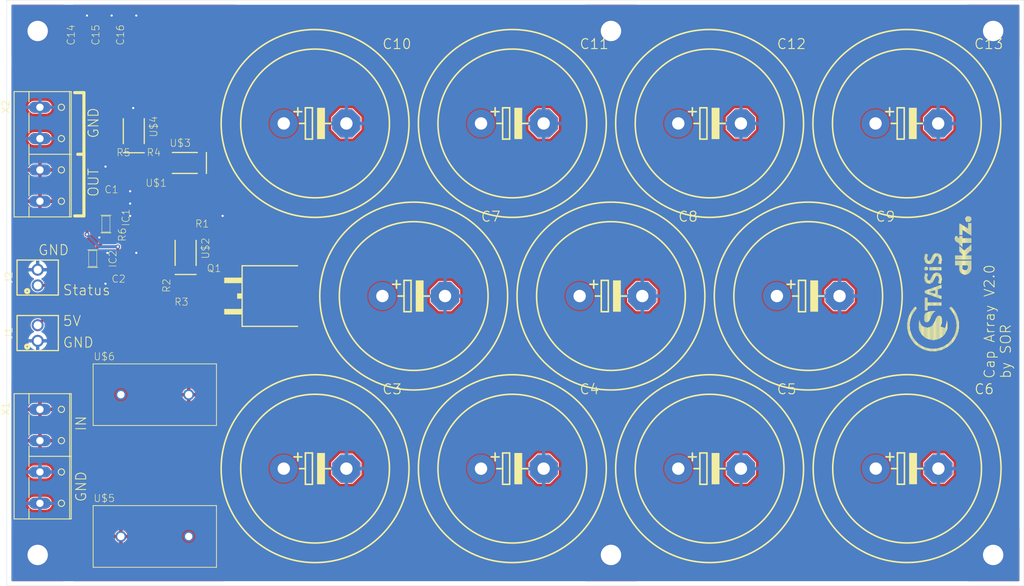
<source format=kicad_pcb>
(kicad_pcb (version 20240108) (generator "pcbnew") (generator_version "8.0")
  (layers (0 "F.Cu" signal) (31 "B.Cu" signal) (34 "B.Paste" user) (35 "F.Paste" user) (36 "B.SilkS" user "B.Silkscreen") (37 "F.SilkS" user "F.Silkscreen") (38 "B.Mask" user) (39 "F.Mask" user) (44 "Edge.Cuts" user))
  (net 0 "")
  (net 1 "GND")
  (net 2 "VCC")
  (net 3 "N$1")
  (net 4 "N$2")
  (net 5 "N$40")
  (net 6 "N$6")
  (net 7 "N$7")
  (net 8 "N$8")
  (net 9 "N$9")
  (net 10 "N$10")
  (net 11 "N$3")
  (net 12 "N$15")
  (footprint "Cap_array_with_Current_Limiter_V1p0:DO-214AA" (layer "F.Cu") (at 86.5911 78.7536 -90)
    (property "Reference" "U$4" (at -2.54 -2.54 90) (layer "F.SilkS") (effects (font (size 1.176528 1.176528) (thickness 0.093472)) (justify right top)))
    (property "Value" "Z4.7V")
    (pad "A" smd rect (at -1.95 0 270) (size 2.1 2.3) (layers "F.Cu" "F.Paste" "F.Mask") (net 1 "GND"))
    (pad "C" smd rect (at 1.95 0 270) (size 2.1 2.3) (layers "F.Cu" "F.Paste" "F.Mask") (net 10 "N$10"))
  )
  (footprint "Cap_array_with_Current_Limiter_V1p0:DO-214AA" (layer "F.Cu") (at 95.0011 98.5036 -90)
    (property "Reference" "U$2" (at -2.54 -2.54 90) (layer "F.SilkS") (effects (font (size 1.176528 1.176528) (thickness 0.093472)) (justify right top)))
    (property "Value" "Z60V")
    (pad "A" smd rect (at -1.95 0 270) (size 2.1 2.3) (layers "F.Cu" "F.Paste" "F.Mask") (net 5 "N$40"))
    (pad "C" smd rect (at 1.95 0 270) (size 2.1 2.3) (layers "F.Cu" "F.Paste" "F.Mask") (net 3 "N$1"))
  )
  (footprint "Cap_array_with_Current_Limiter_V1p0:C0805_334" (layer "F.Cu") (at 79.6911 103.1836)
    (property "Reference" "C2" (at 3.23 0.23 0) (layer "F.SilkS") (effects (font (size 1.176528 1.176528) (thickness 0.093472)) (justify left bottom)))
    (property "Value" "10nF")
    (pad "1" smd rect (at -0.95 0) (size 1.3 1.5) (layers "F.Cu" "F.Paste" "F.Mask") (net 2 "VCC"))
    (pad "2" smd rect (at 0.95 0) (size 1.3 1.5) (layers "F.Cu" "F.Paste" "F.Mask") (net 1 "GND"))
  )
  (footprint "Cap_array_with_Current_Limiter_V1p0:SQMB" (layer "F.Cu") (at 90.0011 121.5036)
    (property "Reference" "U$6" (at -10 -5.5 0) (layer "F.SilkS") (effects (font (size 1.176528 1.176528) (thickness 0.093472)) (justify left bottom)))
    (property "Value" "10")
    (pad "P$1" thru_hole circle (at -5.5 0) (size 1.8 1.8) (drill 1.2) (layers "*.Cu" "*.Mask") (net 11 "N$3"))
    (pad "P$2" thru_hole circle (at 5.5 0) (size 1.8 1.8) (drill 1.2) (layers "*.Cu" "*.Mask") (net 8 "N$8"))
  )
  (footprint "Cap_array_with_Current_Limiter_V1p0:C0805_334" (layer "F.Cu") (at 83.0411 90.1836)
    (property "Reference" "C1" (at -1.27 -1.27 0) (layer "F.SilkS") (effects (font (size 1.176528 1.176528) (thickness 0.093472)) (justify left bottom)))
    (property "Value" "10nF")
    (pad "1" smd rect (at -0.95 0) (size 1.3 1.5) (layers "F.Cu" "F.Paste" "F.Mask") (net 2 "VCC"))
    (pad "2" smd rect (at 0.95 0) (size 1.3 1.5) (layers "F.Cu" "F.Paste" "F.Mask") (net 1 "GND"))
  )
  (footprint "Cap_array_with_Current_Limiter_V1p0:691210910002_16280519" (layer "F.Cu") (at 71.0011 111.5036 90)
    (property "Reference" "J1" (at 0 -4 90) (layer "F.SilkS") (effects (font (size 1.176528 1.176528) (thickness 0.093472)) (justify bottom)))
    (property "Value" "5Vin")
    (pad "1" thru_hole circle (at -1.27 0 90) (size 1.95 1.95) (drill 1.3) (layers "*.Cu" "*.Mask") (net 1 "GND"))
    (pad "2" thru_hole circle (at 1.27 0 90) (size 1.95 1.95) (drill 1.3) (layers "*.Cu" "*.Mask") (net 2 "VCC"))
  )
  (footprint "Cap_array_with_Current_Limiter_V1p0:EB30D_334" (layer "F.Cu") (at 212.0011 77.5036)
    (property "Reference" "C13" (at 10.8204 -11.938 0) (layer "F.SilkS") (effects (font (size 1.61798 1.61798) (thickness 0.16002)) (justify left bottom)))
    (property "Value" "4700µF")
    (pad "+" thru_hole circle (at -5.08 0) (size 4.5974 4.5974) (drill 2.0066) (layers "*.Cu" "*.Mask") (net 8 "N$8"))
    (pad "-" thru_hole roundrect (at 5.08 0) (size 4.5974 4.5974) (drill 2.0066) (layers "*.Cu" "*.Mask") (chamfer_ratio 0.2928932188) (chamfer top_left top_right bottom_left bottom_right) (net 1 "GND"))
  )
  (footprint "Cap_array_with_Current_Limiter_V1p0:LOGO_DKFZ" (layer "F.Cu") (at 222.5011 102.0036 90)
    (property "Reference" "U$8" (hide yes))
    (property "Value" "" (hide yes))
  )
  (footprint "Cap_array_with_Current_Limiter_V1p0:EB30D_334" (layer "F.Cu") (at 148.0011 133.5036)
    (property "Reference" "C4" (at 10.8204 -11.938 0) (layer "F.SilkS") (effects (font (size 1.61798 1.61798) (thickness 0.16002)) (justify left bottom)))
    (property "Value" "4700µF")
    (pad "+" thru_hole circle (at -5.08 0) (size 4.5974 4.5974) (drill 2.0066) (layers "*.Cu" "*.Mask") (net 8 "N$8"))
    (pad "-" thru_hole roundrect (at 5.08 0) (size 4.5974 4.5974) (drill 2.0066) (layers "*.Cu" "*.Mask") (chamfer_ratio 0.2928932188) (chamfer top_left top_right bottom_left bottom_right) (net 1 "GND"))
  )
  (footprint "Cap_array_with_Current_Limiter_V1p0:SOIC8" (layer "F.Cu") (at 90.3311 90.5236 -90)
    (property "Reference" "U$1" (at -2.667 1.905 0) (layer "F.SilkS") (effects (font (size 1.176528 1.176528) (thickness 0.093472)) (justify left bottom)))
    (property "Value" "DMT10H015LSS")
    (pad "1" smd rect (at -1.905 2.6 270) (size 0.6 2.2) (layers "F.Cu" "F.Paste" "F.Mask") (net 1 "GND"))
    (pad "2" smd rect (at -0.635 2.6 270) (size 0.6 2.2) (layers "F.Cu" "F.Paste" "F.Mask") (net 1 "GND"))
    (pad "3" smd rect (at 0.635 2.6 270) (size 0.6 2.2) (layers "F.Cu" "F.Paste" "F.Mask") (net 1 "GND"))
    (pad "4" smd rect (at 1.905 2.6 270) (size 0.6 2.2) (layers "F.Cu" "F.Paste" "F.Mask") (net 6 "N$6"))
    (pad "5" smd rect (at 1.905 -2.6 270) (size 0.6 2.2) (layers "F.Cu" "F.Paste" "F.Mask") (net 5 "N$40"))
    (pad "6" smd rect (at 0.635 -2.6 270) (size 0.6 2.2) (layers "F.Cu" "F.Paste" "F.Mask") (net 5 "N$40"))
    (pad "7" smd rect (at -0.635 -2.6 270) (size 0.6 2.2) (layers "F.Cu" "F.Paste" "F.Mask") (net 5 "N$40"))
    (pad "8" smd rect (at -1.905 -2.6 270) (size 0.6 2.2) (layers "F.Cu" "F.Paste" "F.Mask") (net 5 "N$40"))
  )
  (footprint "Cap_array_with_Current_Limiter_V1p0:EB30D_334" (layer "F.Cu") (at 180.0011 77.5036)
    (property "Reference" "C12" (at 10.8204 -11.938 0) (layer "F.SilkS") (effects (font (size 1.61798 1.61798) (thickness 0.16002)) (justify left bottom)))
    (property "Value" "4700µF")
    (pad "+" thru_hole circle (at -5.08 0) (size 4.5974 4.5974) (drill 2.0066) (layers "*.Cu" "*.Mask") (net 8 "N$8"))
    (pad "-" thru_hole roundrect (at 5.08 0) (size 4.5974 4.5974) (drill 2.0066) (layers "*.Cu" "*.Mask") (chamfer_ratio 0.2928932188) (chamfer top_left top_right bottom_left bottom_right) (net 1 "GND"))
  )
  (footprint "Cap_array_with_Current_Limiter_V1p0:EB30D_334" (layer "F.Cu") (at 116.0011 133.5036)
    (property "Reference" "C3" (at 10.8204 -11.938 0) (layer "F.SilkS") (effects (font (size 1.61798 1.61798) (thickness 0.16002)) (justify left bottom)))
    (property "Value" "4700µF")
    (pad "+" thru_hole circle (at -5.08 0) (size 4.5974 4.5974) (drill 2.0066) (layers "*.Cu" "*.Mask") (net 8 "N$8"))
    (pad "-" thru_hole roundrect (at 5.08 0) (size 4.5974 4.5974) (drill 2.0066) (layers "*.Cu" "*.Mask") (chamfer_ratio 0.2928932188) (chamfer top_left top_right bottom_left bottom_right) (net 1 "GND"))
  )
  (footprint "Cap_array_with_Current_Limiter_V1p0:R0805_334" (layer "F.Cu") (at 98.2611 91.8236 180)
    (property "Reference" "R1" (at -0.635 -1.27 0) (layer "F.SilkS") (effects (font (size 1.176528 1.176528) (thickness 0.093472)) (justify right top)))
    (property "Value" "100k")
    (pad "1" smd rect (at -0.95 0 180) (size 1.3 1.5) (layers "F.Cu" "F.Paste" "F.Mask") (net 1 "GND"))
    (pad "2" smd rect (at 0.95 0 180) (size 1.3 1.5) (layers "F.Cu" "F.Paste" "F.Mask") (net 5 "N$40"))
  )
  (footprint "Cap_array_with_Current_Limiter_V1p0:W237-4P_196" (layer "F.Cu") (at 72.0011 131.5036 -90)
    (property "Reference" "X1" (at -8.89 6.858 90) (layer "F.SilkS") (effects (font (size 1.1557 1.1557) (thickness 0.1143)) (justify right top)))
    (property "Value" "75Vin")
    (pad "1" thru_hole oval (at -7.62 0.635) (size 3.5814 1.7907) (drill 1.1938) (layers "*.Cu" "*.Mask") (net 4 "N$2"))
    (pad "2" thru_hole oval (at -2.54 0.635) (size 3.5814 1.7907) (drill 1.1938) (layers "*.Cu" "*.Mask") (net 4 "N$2"))
    (pad "3" thru_hole oval (at 2.54 0.635) (size 3.5814 1.7907) (drill 1.1938) (layers "*.Cu" "*.Mask") (net 1 "GND"))
    (pad "4" thru_hole oval (at 7.62 0.635) (size 3.5814 1.7907) (drill 1.1938) (layers "*.Cu" "*.Mask") (net 1 "GND"))
  )
  (footprint "Cap_array_with_Current_Limiter_V1p0:C1206_334" (layer "F.Cu") (at 87.0011 63.0036 90)
    (property "Reference" "C16" (at -1.905 -1.905 90) (layer "F.SilkS") (effects (font (size 1.176528 1.176528) (thickness 0.093472)) (justify left bottom)))
    (property "Value" "1uF")
    (pad "1" smd rect (at -1.4 0 90) (size 1.6 1.8) (layers "F.Cu" "F.Paste" "F.Mask") (net 8 "N$8"))
    (pad "2" smd rect (at 1.4 0 90) (size 1.6 1.8) (layers "F.Cu" "F.Paste" "F.Mask") (net 1 "GND"))
  )
  (footprint "Cap_array_with_Current_Limiter_V1p0:R0805_334" (layer "F.Cu") (at 86.6811 96.1136 90)
    (property "Reference" "R6" (at -0.635 -1.27 90) (layer "F.SilkS") (effects (font (size 1.176528 1.176528) (thickness 0.093472)) (justify left bottom)))
    (property "Value" "100k")
    (pad "1" smd rect (at -0.95 0 90) (size 1.3 1.5) (layers "F.Cu" "F.Paste" "F.Mask") (net 1 "GND"))
    (pad "2" smd rect (at 0.95 0 90) (size 1.3 1.5) (layers "F.Cu" "F.Paste" "F.Mask") (net 6 "N$6"))
  )
  (footprint "Cap_array_with_Current_Limiter_V1p0:EB30D_334" (layer "F.Cu") (at 180.0011 133.5036)
    (property "Reference" "C5" (at 10.8204 -11.938 0) (layer "F.SilkS") (effects (font (size 1.61798 1.61798) (thickness 0.16002)) (justify left bottom)))
    (property "Value" "4700µF")
    (pad "+" thru_hole circle (at -5.08 0) (size 4.5974 4.5974) (drill 2.0066) (layers "*.Cu" "*.Mask") (net 8 "N$8"))
    (pad "-" thru_hole roundrect (at 5.08 0) (size 4.5974 4.5974) (drill 2.0066) (layers "*.Cu" "*.Mask") (chamfer_ratio 0.2928932188) (chamfer top_left top_right bottom_left bottom_right) (net 1 "GND"))
  )
  (footprint "Cap_array_with_Current_Limiter_V1p0:EB30D_334" (layer "F.Cu") (at 132.0011 105.5036)
    (property "Reference" "C7" (at 10.8204 -11.938 0) (layer "F.SilkS") (effects (font (size 1.61798 1.61798) (thickness 0.16002)) (justify left bottom)))
    (property "Value" "4700µF")
    (pad "+" thru_hole circle (at -5.08 0) (size 4.5974 4.5974) (drill 2.0066) (layers "*.Cu" "*.Mask") (net 8 "N$8"))
    (pad "-" thru_hole roundrect (at 5.08 0) (size 4.5974 4.5974) (drill 2.0066) (layers "*.Cu" "*.Mask") (chamfer_ratio 0.2928932188) (chamfer top_left top_right bottom_left bottom_right) (net 1 "GND"))
  )
  (footprint "Cap_array_with_Current_Limiter_V1p0:R0805_334" (layer "F.Cu") (at 84.3411 84.1836)
    (property "Reference" "R5" (at -0.635 -1.27 0) (layer "F.SilkS") (effects (font (size 1.176528 1.176528) (thickness 0.093472)) (justify left bottom)))
    (property "Value" "4.7k")
    (pad "1" smd rect (at -0.95 0) (size 1.3 1.5) (layers "F.Cu" "F.Paste" "F.Mask") (net 1 "GND"))
    (pad "2" smd rect (at 0.95 0) (size 1.3 1.5) (layers "F.Cu" "F.Paste" "F.Mask") (net 10 "N$10"))
  )
  (footprint "Cap_array_with_Current_Limiter_V1p0:EB30D_334" (layer "F.Cu") (at 116.0011 77.5036)
    (property "Reference" "C10" (at 10.8204 -11.938 0) (layer "F.SilkS") (effects (font (size 1.61798 1.61798) (thickness 0.16002)) (justify left bottom)))
    (property "Value" "4700µF")
    (pad "+" thru_hole circle (at -5.08 0) (size 4.5974 4.5974) (drill 2.0066) (layers "*.Cu" "*.Mask") (net 8 "N$8"))
    (pad "-" thru_hole roundrect (at 5.08 0) (size 4.5974 4.5974) (drill 2.0066) (layers "*.Cu" "*.Mask") (chamfer_ratio 0.2928932188) (chamfer top_left top_right bottom_left bottom_right) (net 1 "GND"))
  )
  (footprint "Cap_array_with_Current_Limiter_V1p0:EB30D_334" (layer "F.Cu") (at 164.0011 105.5036)
    (property "Reference" "C8" (at 10.8204 -11.938 0) (layer "F.SilkS") (effects (font (size 1.61798 1.61798) (thickness 0.16002)) (justify left bottom)))
    (property "Value" "4700µF")
    (pad "+" thru_hole circle (at -5.08 0) (size 4.5974 4.5974) (drill 2.0066) (layers "*.Cu" "*.Mask") (net 8 "N$8"))
    (pad "-" thru_hole roundrect (at 5.08 0) (size 4.5974 4.5974) (drill 2.0066) (layers "*.Cu" "*.Mask") (chamfer_ratio 0.2928932188) (chamfer top_left top_right bottom_left bottom_right) (net 1 "GND"))
  )
  (footprint "Cap_array_with_Current_Limiter_V1p0:DO-214AA" (layer "F.Cu") (at 94.8711 83.9136)
    (property "Reference" "U$3" (at -2.54 -2.54 0) (layer "F.SilkS") (effects (font (size 1.176528 1.176528) (thickness 0.093472)) (justify left bottom)))
    (property "Value" "Z51V")
    (pad "A" smd rect (at -1.95 0) (size 2.1 2.3) (layers "F.Cu" "F.Paste" "F.Mask") (net 9 "N$9"))
    (pad "C" smd rect (at 1.95 0) (size 2.1 2.3) (layers "F.Cu" "F.Paste" "F.Mask") (net 8 "N$8"))
  )
  (footprint "Cap_array_with_Current_Limiter_V1p0:SQMB" (layer "F.Cu") (at 90.0011 144.5036)
    (property "Reference" "U$5" (at -10 -5.5 0) (layer "F.SilkS") (effects (font (size 1.176528 1.176528) (thickness 0.093472)) (justify left bottom)))
    (property "Value" "10")
    (pad "P$1" thru_hole circle (at -5.5 0) (size 1.8 1.8) (drill 1.2) (layers "*.Cu" "*.Mask") (net 4 "N$2"))
    (pad "P$2" thru_hole circle (at 5.5 0) (size 1.8 1.8) (drill 1.2) (layers "*.Cu" "*.Mask") (net 11 "N$3"))
  )
  (footprint "Cap_array_with_Current_Limiter_V1p0:TO263_396" (layer "F.Cu") (at 106.0011 105.5036 -90)
    (property "Reference" "Q1" (at -3.81 7.62 0) (layer "F.SilkS") (effects (font (size 1.176528 1.176528) (thickness 0.093472)) (justify left bottom)))
    (property "Value" "SUM110P08-11L-E3")
    (pad "1" smd rect (at -2.54 6.6 270) (size 1 3.4) (layers "F.Cu" "F.Paste" "F.Mask") (net 7 "N$7"))
    (pad "2" smd rect (at 2.54 6.6 270) (size 1 3.4) (layers "F.Cu" "F.Paste" "F.Mask") (net 4 "N$2"))
    (pad "3" smd rect (at 0 -3.5 270) (size 6.8 9.6) (layers "F.Cu" "F.Paste" "F.Mask") (net 8 "N$8"))
  )
  (footprint "Cap_array_with_Current_Limiter_V1p0:C1206_334" (layer "F.Cu") (at 79.0011 63.0036 90)
    (property "Reference" "C14" (at -1.905 -1.905 90) (layer "F.SilkS") (effects (font (size 1.176528 1.176528) (thickness 0.093472)) (justify left bottom)))
    (property "Value" "10nF")
    (pad "1" smd rect (at -1.4 0 90) (size 1.6 1.8) (layers "F.Cu" "F.Paste" "F.Mask") (net 8 "N$8"))
    (pad "2" smd rect (at 1.4 0 90) (size 1.6 1.8) (layers "F.Cu" "F.Paste" "F.Mask") (net 1 "GND"))
  )
  (footprint "Cap_array_with_Current_Limiter_V1p0:R0805_334" (layer "F.Cu") (at 94.9011 104.5036 180)
    (property "Reference" "R3" (at -0.635 -1.27 0) (layer "F.SilkS") (effects (font (size 1.176528 1.176528) (thickness 0.093472)) (justify right top)))
    (property "Value" "5")
    (pad "1" smd rect (at -0.95 0 180) (size 1.3 1.5) (layers "F.Cu" "F.Paste" "F.Mask") (net 7 "N$7"))
    (pad "2" smd rect (at 0.95 0 180) (size 1.3 1.5) (layers "F.Cu" "F.Paste" "F.Mask") (net 3 "N$1"))
  )
  (footprint "Cap_array_with_Current_Limiter_V1p0:R2512_334" (layer "F.Cu") (at 89.3211 105.1336 -90)
    (property "Reference" "R2" (at -2.54 -1.905 90) (layer "F.SilkS") (effects (font (size 1.176528 1.176528) (thickness 0.093472)) (justify right top)))
    (property "Value" "2k")
    (pad "1" smd rect (at -2.8 0 270) (size 1.8 3.2) (layers "F.Cu" "F.Paste" "F.Mask") (net 3 "N$1"))
    (pad "2" smd rect (at 2.8 0 270) (size 1.8 3.2) (layers "F.Cu" "F.Paste" "F.Mask") (net 4 "N$2"))
  )
  (footprint "Cap_array_with_Current_Limiter_V1p0:EB30D_334" (layer "F.Cu") (at 148.0011 77.5036)
    (property "Reference" "C11" (at 10.8204 -11.938 0) (layer "F.SilkS") (effects (font (size 1.61798 1.61798) (thickness 0.16002)) (justify left bottom)))
    (property "Value" "4700µF")
    (pad "+" thru_hole circle (at -5.08 0) (size 4.5974 4.5974) (drill 2.0066) (layers "*.Cu" "*.Mask") (net 8 "N$8"))
    (pad "-" thru_hole roundrect (at 5.08 0) (size 4.5974 4.5974) (drill 2.0066) (layers "*.Cu" "*.Mask") (chamfer_ratio 0.2928932188) (chamfer top_left top_right bottom_left bottom_right) (net 1 "GND"))
  )
  (footprint "Cap_array_with_Current_Limiter_V1p0:C1206_334" (layer "F.Cu") (at 83.0011 63.0036 90)
    (property "Reference" "C15" (at -1.905 -1.905 90) (layer "F.SilkS") (effects (font (size 1.176528 1.176528) (thickness 0.093472)) (justify left bottom)))
    (property "Value" "100nF")
    (pad "1" smd rect (at -1.4 0 90) (size 1.6 1.8) (layers "F.Cu" "F.Paste" "F.Mask") (net 8 "N$8"))
    (pad "2" smd rect (at 1.4 0 90) (size 1.6 1.8) (layers "F.Cu" "F.Paste" "F.Mask") (net 1 "GND"))
  )
  (footprint "Cap_array_with_Current_Limiter_V1p0:691210910002_16280519" (layer "F.Cu") (at 71.0011 102.5036 90)
    (property "Reference" "J2" (at 0 -4 90) (layer "F.SilkS") (effects (font (size 1.176528 1.176528) (thickness 0.093472)) (justify bottom)))
    (property "Value" "Status_out")
    (pad "1" thru_hole circle (at -1.27 0 90) (size 1.95 1.95) (drill 1.3) (layers "*.Cu" "*.Mask") (net 12 "N$15"))
    (pad "2" thru_hole circle (at 1.27 0 90) (size 1.95 1.95) (drill 1.3) (layers "*.Cu" "*.Mask") (net 1 "GND"))
  )
  (footprint "Cap_array_with_Current_Limiter_V1p0:EB30D_334" (layer "F.Cu") (at 212.0411 133.4936)
    (property "Reference" "C6" (at 10.8204 -11.938 0) (layer "F.SilkS") (effects (font (size 1.61798 1.61798) (thickness 0.16002)) (justify left bottom)))
    (property "Value" "4700µF")
    (pad "+" thru_hole circle (at -5.08 0) (size 4.5974 4.5974) (drill 2.0066) (layers "*.Cu" "*.Mask") (net 8 "N$8"))
    (pad "-" thru_hole roundrect (at 5.08 0) (size 4.5974 4.5974) (drill 2.0066) (layers "*.Cu" "*.Mask") (chamfer_ratio 0.2928932188) (chamfer top_left top_right bottom_left bottom_right) (net 1 "GND"))
  )
  (footprint "Cap_array_with_Current_Limiter_V1p0:EB30D_334" (layer "F.Cu") (at 196.0011 105.5036)
    (property "Reference" "C9" (at 10.8204 -11.938 0) (layer "F.SilkS") (effects (font (size 1.61798 1.61798) (thickness 0.16002)) (justify left bottom)))
    (property "Value" "4700µF")
    (pad "+" thru_hole circle (at -5.08 0) (size 4.5974 4.5974) (drill 2.0066) (layers "*.Cu" "*.Mask") (net 8 "N$8"))
    (pad "-" thru_hole roundrect (at 5.08 0) (size 4.5974 4.5974) (drill 2.0066) (layers "*.Cu" "*.Mask") (chamfer_ratio 0.2928932188) (chamfer top_left top_right bottom_left bottom_right) (net 1 "GND"))
  )
  (footprint "Cap_array_with_Current_Limiter_V1p0:LOGO_STASIS" (layer "F.Cu") (at 216.5011 105.5036 90)
    (property "Reference" "U$7" (hide yes))
    (property "Value" "" (hide yes))
  )
  (footprint "Cap_array_with_Current_Limiter_V1p0:SOT23-5_87" (layer "F.Cu") (at 79.9211 99.4236 90)
    (property "Reference" "IC2" (at -1.54 3.96 90) (layer "F.SilkS") (effects (font (size 1.176528 1.176528) (thickness 0.093472)) (justify left bottom)))
    (property "Value" "74LVC1G17DBV")
    (pad "1" smd rect (at -0.95 1.29 90) (size 0.69 0.99) (layers "F.Cu" "F.Paste" "F.Mask"))
    (pad "2" smd rect (at 0 1.29 90) (size 0.69 0.99) (layers "F.Cu" "F.Paste" "F.Mask") (net 10 "N$10"))
    (pad "3" smd rect (at 0.95 1.29 90) (size 0.69 0.99) (layers "F.Cu" "F.Paste" "F.Mask") (net 1 "GND"))
    (pad "4" smd rect (at 0.95 -1.3 90) (size 0.69 0.99) (layers "F.Cu" "F.Paste" "F.Mask") (net 12 "N$15"))
    (pad "5" smd rect (at -0.95 -1.3 90) (size 0.69 0.99) (layers "F.Cu" "F.Paste" "F.Mask") (net 2 "VCC"))
  )
  (footprint "Cap_array_with_Current_Limiter_V1p0:SOT23-5_87" (layer "F.Cu") (at 82.0811 93.8236 -90)
    (property "Reference" "IC1" (at -2.54 -2.54 90) (layer "F.SilkS") (effects (font (size 1.176528 1.176528) (thickness 0.093472)) (justify right top)))
    (property "Value" "74LVC1G17DBV")
    (pad "1" smd rect (at -0.95 1.29 270) (size 0.69 0.99) (layers "F.Cu" "F.Paste" "F.Mask"))
    (pad "2" smd rect (at 0 1.29 270) (size 0.69 0.99) (layers "F.Cu" "F.Paste" "F.Mask") (net 10 "N$10"))
    (pad "3" smd rect (at 0.95 1.29 270) (size 0.69 0.99) (layers "F.Cu" "F.Paste" "F.Mask") (net 1 "GND"))
    (pad "4" smd rect (at 0.95 -1.3 270) (size 0.69 0.99) (layers "F.Cu" "F.Paste" "F.Mask") (net 6 "N$6"))
    (pad "5" smd rect (at -0.95 -1.3 270) (size 0.69 0.99) (layers "F.Cu" "F.Paste" "F.Mask") (net 2 "VCC"))
  )
  (footprint "Cap_array_with_Current_Limiter_V1p0:R0805_334" (layer "F.Cu") (at 89.2611 84.1836)
    (property "Reference" "R4" (at -0.635 -1.27 0) (layer "F.SilkS") (effects (font (size 1.176528 1.176528) (thickness 0.093472)) (justify left bottom)))
    (property "Value" "20k")
    (pad "1" smd rect (at -0.95 0) (size 1.3 1.5) (layers "F.Cu" "F.Paste" "F.Mask") (net 10 "N$10"))
    (pad "2" smd rect (at 0.95 0) (size 1.3 1.5) (layers "F.Cu" "F.Paste" "F.Mask") (net 9 "N$9"))
  )
  (footprint "Cap_array_with_Current_Limiter_V1p0:W237-4P_196" (layer "F.Cu") (at 72.0011 82.5036 -90)
    (property "Reference" "X2" (at -8.89 6.858 90) (layer "F.SilkS") (effects (font (size 1.1557 1.1557) (thickness 0.1143)) (justify right top)))
    (property "Value" "75Vout")
    (pad "1" thru_hole oval (at -7.62 0.635) (size 3.5814 1.7907) (drill 1.1938) (layers "*.Cu" "*.Mask") (net 1 "GND"))
    (pad "2" thru_hole oval (at -2.54 0.635) (size 3.5814 1.7907) (drill 1.1938) (layers "*.Cu" "*.Mask") (net 1 "GND"))
    (pad "3" thru_hole oval (at 2.54 0.635) (size 3.5814 1.7907) (drill 1.1938) (layers "*.Cu" "*.Mask") (net 8 "N$8"))
    (pad "4" thru_hole oval (at 7.62 0.635) (size 3.5814 1.7907) (drill 1.1938) (layers "*.Cu" "*.Mask") (net 8 "N$8"))
  )
  (gr_line (start 78.5011 82.5036) (end 78.5011 92.5036) (stroke (width 0.508)) (layer "F.SilkS"))
  (gr_line (start 77.0011 72.5036) (end 78.5011 72.5036) (stroke (width 0.508)) (layer "F.SilkS"))
  (gr_line (start 78.5011 92.5036) (end 77.0011 92.5036) (stroke (width 0.508)) (layer "F.SilkS"))
  (gr_line (start 78.5011 82.5036) (end 77.5011 82.5036) (stroke (width 0.508)) (layer "F.SilkS"))
  (gr_line (start 78.5011 72.5036) (end 78.5011 82.5036) (stroke (width 0.508)) (layer "F.SilkS"))
  (gr_line (start 231.0011 57.5036) (end 66.0011 57.5036) (stroke (width 0.05)) (layer "Edge.Cuts"))
  (gr_line (start 66.0011 57.5036) (end 66.0011 152.5036) (stroke (width 0.05)) (layer "Edge.Cuts"))
  (gr_line (start 66.0011 152.5036) (end 231.0011 152.5036) (stroke (width 0.05)) (layer "Edge.Cuts"))
  (gr_line (start 231.0011 152.5036) (end 231.0011 57.5036) (stroke (width 0.05)) (layer "Edge.Cuts"))
  (gr_text "5V" (at 75.0011 110.5036 0) (layer "F.SilkS") (effects (font (size 1.63576 1.63576) (thickness 0.14224)) (justify left bottom)))
  (gr_text "GND" (at 71.0011 99.0036 0) (layer "F.SilkS") (effects (font (size 1.63576 1.63576) (thickness 0.14224)) (justify left bottom)))
  (gr_text "IN" (at 79.0011 127.5036 90) (layer "F.SilkS") (effects (font (size 1.63576 1.63576) (thickness 0.14224)) (justify left bottom)))
  (gr_text "Status" (at 75.0011 105.5036 0) (layer "F.SilkS") (effects (font (size 1.63576 1.63576) (thickness 0.14224)) (justify left bottom)))
  (gr_text "GND" (at 79.0011 139.0036 90) (layer "F.SilkS") (effects (font (size 1.63576 1.63576) (thickness 0.14224)) (justify left bottom)))
  (gr_text "GND" (at 75.0011 114.0036 0) (layer "F.SilkS") (effects (font (size 1.63576 1.63576) (thickness 0.14224)) (justify left bottom)))
  (gr_text "GND" (at 81.0011 80.0036 90) (layer "F.SilkS") (effects (font (size 1.63576 1.63576) (thickness 0.14224)) (justify left bottom)))
  (gr_text "OUT" (at 81.0011 89.5036 90) (layer "F.SilkS") (effects (font (size 1.63576 1.63576) (thickness 0.14224)) (justify left bottom)))
  (gr_text "Cap Array V2.0\nby SOR" (at 229.0011 119.0036 90) (layer "F.SilkS") (effects (font (size 1.63576 1.63576) (thickness 0.14224)) (justify left bottom)))
  (segment (start 86.5911 76.8036) (end 86.5011 76.7136) (width 0.508) (layer "F.Cu") (net 1))
  (segment (start 83.3911 84.1836) (end 83.0711 84.5036) (width 0.508) (layer "F.Cu") (net 1))
  (segment (start 83.0011 61.6036) (end 83.0011 60.0036) (width 0.508) (layer "F.Cu") (net 1))
  (segment (start 82.2711 98.4736) (end 82.3011 98.5036) (width 0.508) (layer "F.Cu") (net 1))
  (segment (start 83.0711 84.5036) (end 82.0011 84.5036) (width 0.508) (layer "F.Cu") (net 1))
  (segment (start 80.6411 103.1836) (end 81.6811 103.1836) (width 0.508) (layer "F.Cu") (net 1))
  (segment (start 81.2111 98.4736) (end 82.2711 98.4736) (width 0.508) (layer "F.Cu") (net 1))
  (segment (start 81.6811 103.1836) (end 82.0011 103.5036) (width 0.508) (layer "F.Cu") (net 1))
  (segment (start 79.0011 61.6036) (end 79.0011 60.0036) (width 0.508) (layer "F.Cu") (net 1))
  (segment (start 81.0011 94.9836) (end 81.0011 96.0036) (width 0.508) (layer "F.Cu") (net 1))
  (segment (start 87.0011 97.3836) (end 87.0011 98.5036) (width 0.508) (layer "F.Cu") (net 1))
  (segment (start 86.5011 75.0036) (end 86.5011 76.7136) (width 0.508) (layer "F.Cu") (net 1))
  (segment (start 100.3211 91.8236) (end 101.0011 92.5036) (width 0.508) (layer "F.Cu") (net 1))
  (segment (start 80.7911 94.7736) (end 81.0011 94.9836) (width 0.508) (layer "F.Cu") (net 1))
  (segment (start 87.0011 61.6036) (end 87.0011 60.0036) (width 0.508) (layer "F.Cu") (net 1))
  (segment (start 86.6811 97.0636) (end 87.0011 97.3836) (width 0.508) (layer "F.Cu") (net 1))
  (segment (start 99.2111 91.8236) (end 100.3211 91.8236) (width 0.508) (layer "F.Cu") (net 1))
  (via (at 87.0011 60.0036) (size 0.7564) (drill 0.35) (layers "F.Cu" "B.Cu") (net 1))
  (via (at 86.5011 75.0036) (size 0.7564) (drill 0.35) (layers "F.Cu" "B.Cu") (net 1))
  (via (at 82.3011 98.5036) (size 0.7564) (drill 0.35) (layers "F.Cu" "B.Cu") (net 1))
  (via (at 82.0011 84.5036) (size 0.7564) (drill 0.35) (layers "F.Cu" "B.Cu") (net 1))
  (via (at 81.0011 96.0036) (size 0.7564) (drill 0.35) (layers "F.Cu" "B.Cu") (net 1))
  (via (at 226.0011 62.5036) (size 3.7064) (drill 3.3) (layers "F.Cu" "B.Cu") (net 1))
  (via (at 86.0011 90.5036) (size 0.7564) (drill 0.35) (layers "F.Cu" "B.Cu") (net 1))
  (via (at 86.0011 92.5036) (size 0.7564) (drill 0.35) (layers "F.Cu" "B.Cu") (net 1))
  (via (at 101.0011 92.5036) (size 0.7564) (drill 0.35) (layers "F.Cu" "B.Cu") (net 1))
  (via (at 71.0011 147.5036) (size 3.7064) (drill 3.3) (layers "F.Cu" "B.Cu") (net 1))
  (via (at 87.0011 98.5036) (size 0.7564) (drill 0.35) (layers "F.Cu" "B.Cu") (net 1))
  (via (at 71.0011 62.5036) (size 3.7064) (drill 3.3) (layers "F.Cu" "B.Cu") (net 1))
  (via (at 82.0011 103.5036) (size 0.7564) (drill 0.35) (layers "F.Cu" "B.Cu") (net 1))
  (via (at 83.0011 60.0036) (size 0.7564) (drill 0.35) (layers "F.Cu" "B.Cu") (net 1))
  (via (at 164.0011 62.5036) (size 3.7064) (drill 3.3) (layers "F.Cu" "B.Cu") (net 1))
  (via (at 86.0011 88.5036) (size 0.7564) (drill 0.35) (layers "F.Cu" "B.Cu") (net 1))
  (via (at 79.0011 60.0036) (size 0.7564) (drill 0.35) (layers "F.Cu" "B.Cu") (net 1))
  (via (at 164.0011 147.5036) (size 3.7064) (drill 3.3) (layers "F.Cu" "B.Cu") (net 1))
  (via (at 226.0011 147.5036) (size 3.7064) (drill 3.3) (layers "F.Cu" "B.Cu") (net 1))
  (segment (start 82.4797 94.260263) (end 83.3811 93.358863) (width 0.508) (layer "F.Cu") (net 2))
  (segment (start 78.0011 106.5036) (end 78.7411 105.7636) (width 0.508) (layer "F.Cu") (net 2))
  (segment (start 78.7411 100.4936) (end 78.6211 100.3736) (width 0.508) (layer "F.Cu") (net 2))
  (segment (start 83.3811 92.8736) (end 82.0911 91.5836) (width 0.508) (layer "F.Cu") (net 2))
  (segment (start 78.6211 100.3736) (end 80.3097 98.685) (width 0.508) (layer "F.Cu") (net 2))
  (segment (start 78.7411 103.1836) (end 78.7411 100.4936) (width 0.508) (layer "F.Cu") (net 2))
  (segment (start 78.7411 105.7636) (end 78.7411 103.1836) (width 0.508) (layer "F.Cu") (net 2))
  (segment (start 83.3811 93.358863) (end 83.3811 92.8736) (width 0.508) (layer "F.Cu") (net 2))
  (segment (start 82.4797 95.790263) (end 82.4797 94.260263) (width 0.508) (layer "F.Cu") (net 2))
  (segment (start 80.3097 98.685) (end 80.3097 97.960263) (width 0.508) (layer "F.Cu") (net 2))
  (segment (start 82.0911 91.5836) (end 82.0911 90.1836) (width 0.508) (layer "F.Cu") (net 2))
  (segment (start 74.7311 106.5036) (end 78.0011 106.5036) (width 0.508) (layer "F.Cu") (net 2))
  (segment (start 80.3097 97.960263) (end 82.4797 95.790263) (width 0.508) (layer "F.Cu") (net 2))
  (segment (start 71.0011 110.2336) (end 74.7311 106.5036) (width 0.508) (layer "F.Cu") (net 2))
  (segment (start 93.9511 104.5036) (end 94.0011 104.5036) (width 0.508) (layer "F.Cu") (net 3))
  (segment (start 91.4911 104.5036) (end 89.3211 102.3336) (width 0.508) (layer "F.Cu") (net 3))
  (segment (start 93.9511 104.5036) (end 91.4911 104.5036) (width 0.508) (layer "F.Cu") (net 3))
  (segment (start 95.0011 100.4536) (end 95.0011 101.5036) (width 0.508) (layer "F.Cu") (net 3))
  (segment (start 94.0011 102.5036) (end 94.0011 104.5036) (width 0.508) (layer "F.Cu") (net 3))
  (segment (start 95.0011 101.5036) (end 94.0011 102.5036) (width 0.508) (layer "F.Cu") (net 3))
  (segment (start 94.0011 95.1336) (end 94.0011 95.5536) (width 0.508) (layer "F.Cu") (net 5))
  (segment (start 94.0011 95.1336) (end 97.3111 91.8236) (width 0.508) (layer "F.Cu") (net 5))
  (segment (start 95.0011 96.5536) (end 94.0011 95.5536) (width 0.508) (layer "F.Cu") (net 5))
  (segment (start 83.3811 94.7736) (end 86.2911 94.7736) (width 0.508) (layer "F.Cu") (net 6))
  (segment (start 86.2911 94.7736) (end 86.6811 95.1636) (width 0.508) (layer "F.Cu") (net 6))
  (segment (start 86.6811 95.1636) (end 86.6811 93.4786) (width 0.508) (layer "F.Cu") (net 6))
  (segment (start 86.6811 93.4786) (end 87.7311 92.4286) (width 0.508) (layer "F.Cu") (net 6))
  (segment (start 99.4011 102.9636) (end 97.8611 104.5036) (width 0.508) (layer "F.Cu") (net 7))
  (segment (start 97.8611 104.5036) (end 95.8511 104.5036) (width 0.508) (layer "F.Cu") (net 7))
  (segment (start 92.9211 83.9136) (end 92.6511 84.1836) (width 0.508) (layer "F.Cu") (net 9))
  (segment (start 92.6511 84.1836) (end 90.2111 84.1836) (width 0.508) (layer "F.Cu") (net 9))
  (segment (start 84.0011 99.425) (end 81.2125 99.425) (width 0.508) (layer "F.Cu") (net 10))
  (segment (start 88.3111 84.1836) (end 87.0011 84.1836) (width 0.508) (layer "F.Cu") (net 10))
  (segment (start 87.0011 84.1836) (end 85.2911 84.1836) (width 0.508) (layer "F.Cu") (net 10))
  (segment (start 86.5911 80.7036) (end 87.0011 81.1136) (width 0.508) (layer "F.Cu") (net 10))
  (segment (start 79.0011 95.5036) (end 79.0011 94.148863) (width 0.508) (layer "F.Cu") (net 10))
  (segment (start 79.326362 93.8236) (end 79.0011 94.148863) (width 0.508) (layer "F.Cu") (net 10))
  (segment (start 80.7911 93.8236) (end 79.326362 93.8236) (width 0.508) (layer "F.Cu") (net 10))
  (segment (start 87.0011 81.1136) (end 87.0011 84.1836) (width 0.508) (layer "F.Cu") (net 10))
  (segment (start 79.326362 93.8236) (end 79.326362 90.223075) (width 0.508) (layer "F.Cu") (net 10))
  (segment (start 84.4475 85.101938) (end 84.4475 85.0272) (width 0.508) (layer "F.Cu") (net 10))
  (segment (start 79.326362 90.223075) (end 84.4475 85.101938) (width 0.508) (layer "F.Cu") (net 10))
  (segment (start 81.2111 99.4236) (end 81.2125 99.425) (width 0.508) (layer "F.Cu") (net 10))
  (segment (start 84.0011 97.5036) (end 84.0011 99.425) (width 0.508) (layer "F.Cu") (net 10))
  (segment (start 84.4475 85.0272) (end 85.2911 84.1836) (width 0.508) (layer "F.Cu") (net 10))
  (via (at 84.0011 97.5036) (size 0.7564) (drill 0.35) (layers "F.Cu" "B.Cu") (net 10))
  (via (at 79.0011 95.5036) (size 0.7564) (drill 0.35) (layers "F.Cu" "B.Cu") (net 10))
  (segment (start 81.0011 97.5036) (end 79.0011 95.5036) (width 0.508) (layer "B.Cu") (net 10))
  (segment (start 84.0011 97.5036) (end 81.0011 97.5036) (width 0.508) (layer "B.Cu") (net 10))
  (segment (start 95.5011 144.5036) (end 84.5011 133.5036) (width 2.54) (layer "F.Cu") (net 11))
  (segment (start 84.5011 121.5036) (end 84.5011 133.5036) (width 2.54) (layer "F.Cu") (net 11))
  (segment (start 78.6211 98.4736) (end 73.3211 103.7736) (width 0.508) (layer "F.Cu") (net 12))
  (segment (start 73.3211 103.7736) (end 71.0011 103.7736) (width 0.508) (layer "F.Cu") (net 12))
  (zone (net 1) (net_name "GND") (layer "F.Cu") (priority 6) (connect_pads (clearance 0.000001)) (min_thickness 0.254) (fill yes (thermal_gap 0.558) (thermal_bridge_width 0.558))
    (polygon (pts (xy 75.2551 151.7576) (xy 66.7471 151.7576) (xy 66.7471 143.2496) (xy 75.2551 143.2496)))
  )
  (zone (net 1) (net_name "GND") (layer "F.Cu") (priority 6) (connect_pads (clearance 0.000001)) (min_thickness 0.254) (fill yes (thermal_gap 0.558) (thermal_bridge_width 0.558))
    (polygon (pts (xy 230.2551 66.7576) (xy 221.7471 66.7576) (xy 221.7471 58.2496) (xy 230.2551 58.2496)))
  )
  (zone (net 1) (net_name "GND") (layer "F.Cu") (priority 6) (connect_pads (clearance 0.000001)) (min_thickness 0.254) (fill yes (thermal_gap 0.558) (thermal_bridge_width 0.558))
    (polygon (pts (xy 168.2551 151.7576) (xy 159.7471 151.7576) (xy 159.7471 143.2496) (xy 168.2551 143.2496)))
  )
  (zone (net 8) (net_name "N$8") (layer "F.Cu") (priority 6) (connect_pads (clearance 0.000001)) (min_thickness 0.254) (fill yes (thermal_gap 0.558) (thermal_bridge_width 0.558))
    (polygon (pts (xy 103.2551 86.7576) (xy 81.2551 86.7576) (xy 81.2551 98.7576) (xy 66.7471 98.7576) (xy 66.7471 68.2496) (xy 76.7471 68.2496) (xy 76.7471 58.2496) (xy 103.2551 58.2496)))
  )
  (zone (net 1) (net_name "GND") (layer "F.Cu") (priority 6) (connect_pads yes (clearance 0.000001)) (min_thickness 0.0762) (fill yes (thermal_gap 0.5) (thermal_bridge_width 0.5))
    (polygon (pts (xy 89.0773 93.5798) (xy 83.9249 93.5798) (xy 83.9249 87.4274) (xy 89.0773 87.4274)))
  )
  (zone (net 4) (net_name "N$2") (layer "F.Cu") (priority 6) (connect_pads (clearance 0.000001)) (min_thickness 0.254) (fill yes (thermal_gap 0.558) (thermal_bridge_width 0.558))
    (polygon (pts (xy 101.2551 114.7576) (xy 92.2551 114.7576) (xy 92.2551 128.2496) (xy 101.2551 128.2496) (xy 101.2551 151.7576) (xy 76.7471 151.7576) (xy 76.7471 141.7576) (xy 66.7471 141.7576) (xy 66.7471 119.2496) (xy 75.7471 119.2496) (xy 75.7471 110.2496) (xy 76.89589 110.2496) (xy 79.89589 107.2496) (xy 101.2551 107.2496)))
  )
  (zone (net 5) (net_name "N$40") (layer "F.Cu") (priority 6) (connect_pads yes (clearance 0.000001)) (min_thickness 0.254) (fill yes (thermal_gap 0.5) (thermal_bridge_width 0.5))
    (polygon (pts (xy 101.2551 98.7576) (xy 89.7471 98.7576) (xy 89.7471 87.2496) (xy 101.2551 87.2496)))
  )
  (zone (net 8) (net_name "N$8") (layer "F.Cu") (priority 6) (connect_pads yes (clearance 0.000001)) (min_thickness 0.0762) (fill yes (thermal_gap 0.5) (thermal_bridge_width 0.5))
    (polygon (pts (xy 158.0773 69.4274) (xy 169.9249 69.4274) (xy 169.9249 58.4274) (xy 220.0773 58.4274) (xy 220.0773 68.4274) (xy 230.0773 68.4274) (xy 230.0773 141.5798) (xy 220.0773 141.5798) (xy 220.0773 151.5798) (xy 169.9249 151.5798) (xy 169.9249 141.5798) (xy 158.0773 141.5798) (xy 158.0773 151.5798) (xy 101.9249 151.5798) (xy 101.9249 58.4274) (xy 158.0773 58.4274)))
  )
  (zone (net 1) (net_name "GND") (layer "F.Cu") (priority 6) (connect_pads (clearance 0.000001)) (min_thickness 0.254) (fill yes (thermal_gap 0.558) (thermal_bridge_width 0.558))
    (polygon (pts (xy 75.2551 66.7576) (xy 66.7471 66.7576) (xy 66.7471 58.2496) (xy 75.2551 58.2496)))
  )
  (zone (net 1) (net_name "GND") (layer "F.Cu") (priority 6) (connect_pads (clearance 0.000001)) (min_thickness 0.254) (fill yes (thermal_gap 0.558) (thermal_bridge_width 0.558))
    (polygon (pts (xy 230.2551 151.7576) (xy 221.7471 151.7576) (xy 221.7471 143.2496) (xy 230.2551 143.2496)))
  )
  (zone (net 1) (net_name "GND") (layer "F.Cu") (priority 6) (connect_pads (clearance 0.000001)) (min_thickness 0.254) (fill yes (thermal_gap 0.558) (thermal_bridge_width 0.558))
    (polygon (pts (xy 168.2551 67.7576) (xy 159.7471 67.7576) (xy 159.7471 58.2496) (xy 168.2551 58.2496)))
  )
  (zone (net 8) (net_name "N$8") (layer "F.Cu") (priority 6) (connect_pads (clearance 0.000001)) (min_thickness 0.254) (fill yes (thermal_gap 0.558) (thermal_bridge_width 0.558))
    (polygon (pts (xy 102.2551 126.7576) (xy 93.7471 126.7576) (xy 93.7471 116.2496) (xy 102.2551 116.2496)))
  )
  (zone (net 1) (net_name "GND") (layer "B.Cu") (priority 6) (connect_pads (clearance 0.000001)) (min_thickness 0.254) (fill yes (thermal_gap 0.558) (thermal_bridge_width 0.558))
    (polygon (pts (xy 230.2551 151.7576) (xy 66.7471 151.7576) (xy 66.7471 58.2496) (xy 230.2551 58.2496)))
  )
)
</source>
